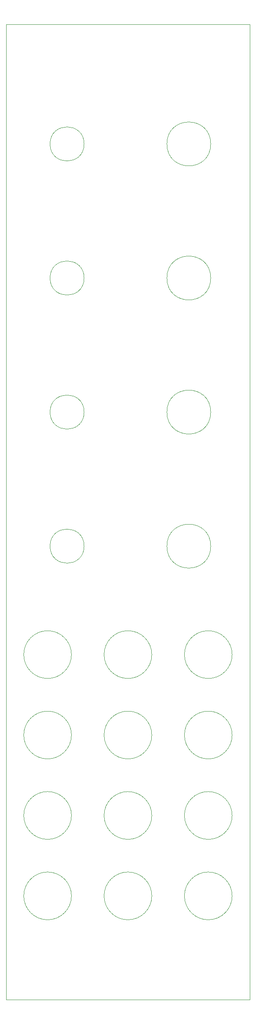
<source format=gm1>
%TF.GenerationSoftware,KiCad,Pcbnew,9.0.4*%
%TF.CreationDate,2025-10-04T20:18:46+02:00*%
%TF.ProjectId,DMH_VCA_Bank_PANEL,444d485f-5643-4415-9f42-616e6b5f5041,rev?*%
%TF.SameCoordinates,Original*%
%TF.FileFunction,Profile,NP*%
%FSLAX46Y46*%
G04 Gerber Fmt 4.6, Leading zero omitted, Abs format (unit mm)*
G04 Created by KiCad (PCBNEW 9.0.4) date 2025-10-04 20:18:46*
%MOMM*%
%LPD*%
G01*
G04 APERTURE LIST*
%TA.AperFunction,Profile*%
%ADD10C,0.050000*%
%TD*%
G04 APERTURE END LIST*
D10*
X50000000Y-30000000D02*
X100000000Y-30000000D01*
X100000000Y-230000000D01*
X50000000Y-230000000D01*
X50000000Y-30000000D01*
%TO.C,H14*%
X63400000Y-192250000D02*
G75*
G02*
X53600000Y-192250000I-4900000J0D01*
G01*
X53600000Y-192250000D02*
G75*
G02*
X63400000Y-192250000I4900000J0D01*
G01*
%TO.C,H23*%
X96400000Y-192250000D02*
G75*
G02*
X86600000Y-192250000I-4900000J0D01*
G01*
X86600000Y-192250000D02*
G75*
G02*
X96400000Y-192250000I4900000J0D01*
G01*
%TO.C,H22*%
X79900000Y-208750000D02*
G75*
G02*
X70100000Y-208750000I-4900000J0D01*
G01*
X70100000Y-208750000D02*
G75*
G02*
X79900000Y-208750000I4900000J0D01*
G01*
%TO.C,H5*%
X66000000Y-54500000D02*
G75*
G02*
X59000000Y-54500000I-3500000J0D01*
G01*
X59000000Y-54500000D02*
G75*
G02*
X66000000Y-54500000I3500000J0D01*
G01*
%TO.C,H18*%
X79900000Y-192250000D02*
G75*
G02*
X70100000Y-192250000I-4900000J0D01*
G01*
X70100000Y-192250000D02*
G75*
G02*
X79900000Y-192250000I4900000J0D01*
G01*
%TO.C,H9*%
X79900000Y-159250000D02*
G75*
G02*
X70100000Y-159250000I-4900000J0D01*
G01*
X70100000Y-159250000D02*
G75*
G02*
X79900000Y-159250000I4900000J0D01*
G01*
%TO.C,H19*%
X66000000Y-137000000D02*
G75*
G02*
X59000000Y-137000000I-3500000J0D01*
G01*
X59000000Y-137000000D02*
G75*
G02*
X66000000Y-137000000I3500000J0D01*
G01*
%TO.C,H11*%
X96400000Y-159250000D02*
G75*
G02*
X86600000Y-159250000I-4900000J0D01*
G01*
X86600000Y-159250000D02*
G75*
G02*
X96400000Y-159250000I4900000J0D01*
G01*
%TO.C,H17*%
X79900000Y-175750000D02*
G75*
G02*
X70100000Y-175750000I-4900000J0D01*
G01*
X70100000Y-175750000D02*
G75*
G02*
X79900000Y-175750000I4900000J0D01*
G01*
%TO.C,H21*%
X63400000Y-208750000D02*
G75*
G02*
X53600000Y-208750000I-4900000J0D01*
G01*
X53600000Y-208750000D02*
G75*
G02*
X63400000Y-208750000I4900000J0D01*
G01*
%TO.C,H24*%
X96400000Y-208750000D02*
G75*
G02*
X86600000Y-208750000I-4900000J0D01*
G01*
X86600000Y-208750000D02*
G75*
G02*
X96400000Y-208750000I4900000J0D01*
G01*
%TO.C,H15*%
X63400000Y-175750000D02*
G75*
G02*
X53600000Y-175750000I-4900000J0D01*
G01*
X53600000Y-175750000D02*
G75*
G02*
X63400000Y-175750000I4900000J0D01*
G01*
%TO.C,H12*%
X66000000Y-82000000D02*
G75*
G02*
X59000000Y-82000000I-3500000J0D01*
G01*
X59000000Y-82000000D02*
G75*
G02*
X66000000Y-82000000I3500000J0D01*
G01*
%TO.C,H7*%
X66000000Y-109500000D02*
G75*
G02*
X59000000Y-109500000I-3500000J0D01*
G01*
X59000000Y-109500000D02*
G75*
G02*
X66000000Y-109500000I3500000J0D01*
G01*
%TO.C,H8*%
X63400000Y-159250000D02*
G75*
G02*
X53600000Y-159250000I-4900000J0D01*
G01*
X53600000Y-159250000D02*
G75*
G02*
X63400000Y-159250000I4900000J0D01*
G01*
%TO.C,H20*%
X92000000Y-137000000D02*
G75*
G02*
X83000000Y-137000000I-4500000J0D01*
G01*
X83000000Y-137000000D02*
G75*
G02*
X92000000Y-137000000I4500000J0D01*
G01*
%TO.C,H6*%
X92000000Y-54500000D02*
G75*
G02*
X83000000Y-54500000I-4500000J0D01*
G01*
X83000000Y-54500000D02*
G75*
G02*
X92000000Y-54500000I4500000J0D01*
G01*
%TO.C,H13*%
X92000000Y-82000000D02*
G75*
G02*
X83000000Y-82000000I-4500000J0D01*
G01*
X83000000Y-82000000D02*
G75*
G02*
X92000000Y-82000000I4500000J0D01*
G01*
%TO.C,H10*%
X92000000Y-109500000D02*
G75*
G02*
X83000000Y-109500000I-4500000J0D01*
G01*
X83000000Y-109500000D02*
G75*
G02*
X92000000Y-109500000I4500000J0D01*
G01*
%TO.C,H16*%
X96400000Y-175750000D02*
G75*
G02*
X86600000Y-175750000I-4900000J0D01*
G01*
X86600000Y-175750000D02*
G75*
G02*
X96400000Y-175750000I4900000J0D01*
G01*
%TD*%
M02*

</source>
